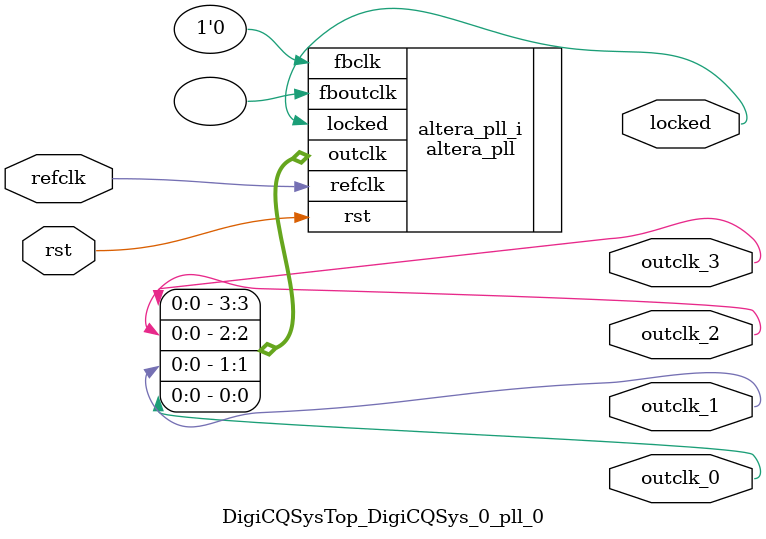
<source format=v>
`timescale 1ns/10ps
module  DigiCQSysTop_DigiCQSys_0_pll_0(

	// interface 'refclk'
	input wire refclk,

	// interface 'reset'
	input wire rst,

	// interface 'outclk0'
	output wire outclk_0,

	// interface 'outclk1'
	output wire outclk_1,

	// interface 'outclk2'
	output wire outclk_2,

	// interface 'outclk3'
	output wire outclk_3,

	// interface 'locked'
	output wire locked
);

	altera_pll #(
		.fractional_vco_multiplier("true"),
		.reference_clock_frequency("50.0 MHz"),
		.operation_mode("direct"),
		.number_of_clocks(4),
		.output_clock_frequency0("1.000000 MHz"),
		.phase_shift0("0 ps"),
		.duty_cycle0(50),
		.output_clock_frequency1("10.000000 MHz"),
		.phase_shift1("0 ps"),
		.duty_cycle1(50),
		.output_clock_frequency2("20.000000 MHz"),
		.phase_shift2("0 ps"),
		.duty_cycle2(50),
		.output_clock_frequency3("120.000000 MHz"),
		.phase_shift3("1042 ps"),
		.duty_cycle3(50),
		.output_clock_frequency4("0 MHz"),
		.phase_shift4("0 ps"),
		.duty_cycle4(50),
		.output_clock_frequency5("0 MHz"),
		.phase_shift5("0 ps"),
		.duty_cycle5(50),
		.output_clock_frequency6("0 MHz"),
		.phase_shift6("0 ps"),
		.duty_cycle6(50),
		.output_clock_frequency7("0 MHz"),
		.phase_shift7("0 ps"),
		.duty_cycle7(50),
		.output_clock_frequency8("0 MHz"),
		.phase_shift8("0 ps"),
		.duty_cycle8(50),
		.output_clock_frequency9("0 MHz"),
		.phase_shift9("0 ps"),
		.duty_cycle9(50),
		.output_clock_frequency10("0 MHz"),
		.phase_shift10("0 ps"),
		.duty_cycle10(50),
		.output_clock_frequency11("0 MHz"),
		.phase_shift11("0 ps"),
		.duty_cycle11(50),
		.output_clock_frequency12("0 MHz"),
		.phase_shift12("0 ps"),
		.duty_cycle12(50),
		.output_clock_frequency13("0 MHz"),
		.phase_shift13("0 ps"),
		.duty_cycle13(50),
		.output_clock_frequency14("0 MHz"),
		.phase_shift14("0 ps"),
		.duty_cycle14(50),
		.output_clock_frequency15("0 MHz"),
		.phase_shift15("0 ps"),
		.duty_cycle15(50),
		.output_clock_frequency16("0 MHz"),
		.phase_shift16("0 ps"),
		.duty_cycle16(50),
		.output_clock_frequency17("0 MHz"),
		.phase_shift17("0 ps"),
		.duty_cycle17(50),
		.pll_type("General"),
		.pll_subtype("General")
	) altera_pll_i (
		.rst	(rst),
		.outclk	({outclk_3, outclk_2, outclk_1, outclk_0}),
		.locked	(locked),
		.fboutclk	( ),
		.fbclk	(1'b0),
		.refclk	(refclk)
	);
endmodule


</source>
